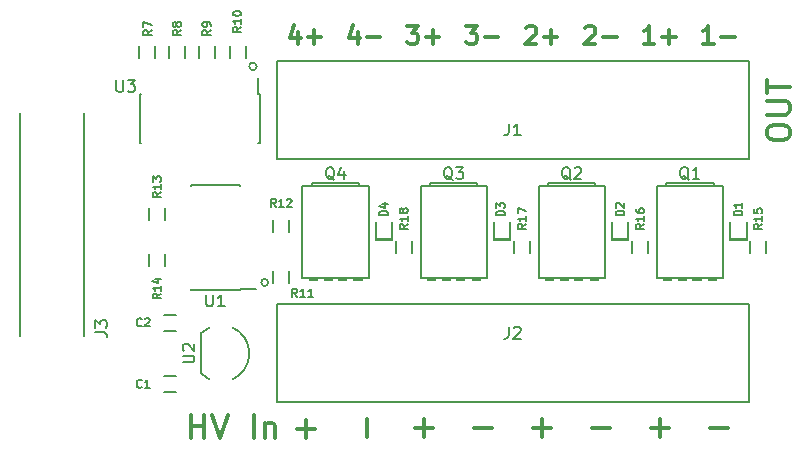
<source format=gbr>
G04 #@! TF.FileFunction,Legend,Top*
%FSLAX46Y46*%
G04 Gerber Fmt 4.6, Leading zero omitted, Abs format (unit mm)*
G04 Created by KiCad (PCBNEW 4.0.6-e0-6349~53~ubuntu14.04.1) date Sat Apr 15 22:34:14 2017*
%MOMM*%
%LPD*%
G01*
G04 APERTURE LIST*
%ADD10C,0.100000*%
%ADD11C,0.300000*%
%ADD12C,0.150000*%
%ADD13C,0.152400*%
G04 APERTURE END LIST*
D10*
D11*
X166304762Y-79100000D02*
X166304762Y-78719048D01*
X166400000Y-78528572D01*
X166590476Y-78338095D01*
X166971429Y-78242857D01*
X167638095Y-78242857D01*
X168019048Y-78338095D01*
X168209524Y-78528572D01*
X168304762Y-78719048D01*
X168304762Y-79100000D01*
X168209524Y-79290476D01*
X168019048Y-79480953D01*
X167638095Y-79576191D01*
X166971429Y-79576191D01*
X166590476Y-79480953D01*
X166400000Y-79290476D01*
X166304762Y-79100000D01*
X166304762Y-77385715D02*
X167923810Y-77385715D01*
X168114286Y-77290476D01*
X168209524Y-77195238D01*
X168304762Y-77004762D01*
X168304762Y-76623810D01*
X168209524Y-76433334D01*
X168114286Y-76338095D01*
X167923810Y-76242857D01*
X166304762Y-76242857D01*
X166304762Y-75576191D02*
X166304762Y-74433334D01*
X168304762Y-75004762D02*
X166304762Y-75004762D01*
X156538095Y-103942857D02*
X158061905Y-103942857D01*
X157300000Y-104704762D02*
X157300000Y-103180952D01*
X146538095Y-103942857D02*
X148061905Y-103942857D01*
X147300000Y-104704762D02*
X147300000Y-103180952D01*
X161538095Y-103942857D02*
X163061905Y-103942857D01*
X151538095Y-103942857D02*
X153061905Y-103942857D01*
X117528571Y-104804762D02*
X117528571Y-102804762D01*
X117528571Y-103757143D02*
X118671429Y-103757143D01*
X118671429Y-104804762D02*
X118671429Y-102804762D01*
X119338095Y-102804762D02*
X120004762Y-104804762D01*
X120671429Y-102804762D01*
X122861905Y-104804762D02*
X122861905Y-102804762D01*
X123814286Y-103471429D02*
X123814286Y-104804762D01*
X123814286Y-103661905D02*
X123909525Y-103566667D01*
X124100001Y-103471429D01*
X124385715Y-103471429D01*
X124576191Y-103566667D01*
X124671429Y-103757143D01*
X124671429Y-104804762D01*
X126538095Y-104042857D02*
X128061905Y-104042857D01*
X127300000Y-104804762D02*
X127300000Y-103280952D01*
X136538095Y-103942857D02*
X138061905Y-103942857D01*
X137300000Y-104704762D02*
X137300000Y-103180952D01*
X141538095Y-103942857D02*
X143061905Y-103942857D01*
X132442857Y-104661905D02*
X132442857Y-103138095D01*
X156800000Y-71378571D02*
X155942857Y-71378571D01*
X156371429Y-71378571D02*
X156371429Y-69878571D01*
X156228572Y-70092857D01*
X156085714Y-70235714D01*
X155942857Y-70307143D01*
X157442857Y-70807143D02*
X158585714Y-70807143D01*
X158014285Y-71378571D02*
X158014285Y-70235714D01*
X161800000Y-71378571D02*
X160942857Y-71378571D01*
X161371429Y-71378571D02*
X161371429Y-69878571D01*
X161228572Y-70092857D01*
X161085714Y-70235714D01*
X160942857Y-70307143D01*
X162442857Y-70807143D02*
X163585714Y-70807143D01*
X145942857Y-70021429D02*
X146014286Y-69950000D01*
X146157143Y-69878571D01*
X146514286Y-69878571D01*
X146657143Y-69950000D01*
X146728572Y-70021429D01*
X146800000Y-70164286D01*
X146800000Y-70307143D01*
X146728572Y-70521429D01*
X145871429Y-71378571D01*
X146800000Y-71378571D01*
X147442857Y-70807143D02*
X148585714Y-70807143D01*
X148014285Y-71378571D02*
X148014285Y-70235714D01*
X150942857Y-70021429D02*
X151014286Y-69950000D01*
X151157143Y-69878571D01*
X151514286Y-69878571D01*
X151657143Y-69950000D01*
X151728572Y-70021429D01*
X151800000Y-70164286D01*
X151800000Y-70307143D01*
X151728572Y-70521429D01*
X150871429Y-71378571D01*
X151800000Y-71378571D01*
X152442857Y-70807143D02*
X153585714Y-70807143D01*
X135871429Y-69878571D02*
X136800000Y-69878571D01*
X136300000Y-70450000D01*
X136514286Y-70450000D01*
X136657143Y-70521429D01*
X136728572Y-70592857D01*
X136800000Y-70735714D01*
X136800000Y-71092857D01*
X136728572Y-71235714D01*
X136657143Y-71307143D01*
X136514286Y-71378571D01*
X136085714Y-71378571D01*
X135942857Y-71307143D01*
X135871429Y-71235714D01*
X137442857Y-70807143D02*
X138585714Y-70807143D01*
X138014285Y-71378571D02*
X138014285Y-70235714D01*
X140871429Y-69878571D02*
X141800000Y-69878571D01*
X141300000Y-70450000D01*
X141514286Y-70450000D01*
X141657143Y-70521429D01*
X141728572Y-70592857D01*
X141800000Y-70735714D01*
X141800000Y-71092857D01*
X141728572Y-71235714D01*
X141657143Y-71307143D01*
X141514286Y-71378571D01*
X141085714Y-71378571D01*
X140942857Y-71307143D01*
X140871429Y-71235714D01*
X142442857Y-70807143D02*
X143585714Y-70807143D01*
X126657143Y-70378571D02*
X126657143Y-71378571D01*
X126300000Y-69807143D02*
X125942857Y-70878571D01*
X126871429Y-70878571D01*
X127442857Y-70807143D02*
X128585714Y-70807143D01*
X128014285Y-71378571D02*
X128014285Y-70235714D01*
X131657143Y-70378571D02*
X131657143Y-71378571D01*
X131300000Y-69807143D02*
X130942857Y-70878571D01*
X131871429Y-70878571D01*
X132442857Y-70807143D02*
X133585714Y-70807143D01*
D12*
X157800000Y-83400000D02*
X157800000Y-83200000D01*
X157800000Y-83200000D02*
X161800000Y-83200000D01*
X161800000Y-83200000D02*
X161800000Y-83400000D01*
X161400000Y-91200000D02*
X161400000Y-91400000D01*
X161400000Y-91400000D02*
X162000000Y-91400000D01*
X162000000Y-91400000D02*
X162000000Y-91200000D01*
X160100000Y-91200000D02*
X160100000Y-91400000D01*
X160100000Y-91400000D02*
X160700000Y-91400000D01*
X160700000Y-91400000D02*
X160700000Y-91200000D01*
X158900000Y-91200000D02*
X158900000Y-91400000D01*
X158900000Y-91400000D02*
X159500000Y-91400000D01*
X159500000Y-91400000D02*
X159500000Y-91200000D01*
X157600000Y-91200000D02*
X157600000Y-91400000D01*
X157600000Y-91400000D02*
X158200000Y-91400000D01*
X158200000Y-91400000D02*
X158200000Y-91200000D01*
X157000000Y-83400000D02*
X162600000Y-83400000D01*
X162600000Y-83400000D02*
X162600000Y-91200000D01*
X162600000Y-91200000D02*
X157000000Y-91200000D01*
X157000000Y-91200000D02*
X157000000Y-83400000D01*
X147800000Y-83400000D02*
X147800000Y-83200000D01*
X147800000Y-83200000D02*
X151800000Y-83200000D01*
X151800000Y-83200000D02*
X151800000Y-83400000D01*
X151400000Y-91200000D02*
X151400000Y-91400000D01*
X151400000Y-91400000D02*
X152000000Y-91400000D01*
X152000000Y-91400000D02*
X152000000Y-91200000D01*
X150100000Y-91200000D02*
X150100000Y-91400000D01*
X150100000Y-91400000D02*
X150700000Y-91400000D01*
X150700000Y-91400000D02*
X150700000Y-91200000D01*
X148900000Y-91200000D02*
X148900000Y-91400000D01*
X148900000Y-91400000D02*
X149500000Y-91400000D01*
X149500000Y-91400000D02*
X149500000Y-91200000D01*
X147600000Y-91200000D02*
X147600000Y-91400000D01*
X147600000Y-91400000D02*
X148200000Y-91400000D01*
X148200000Y-91400000D02*
X148200000Y-91200000D01*
X147000000Y-83400000D02*
X152600000Y-83400000D01*
X152600000Y-83400000D02*
X152600000Y-91200000D01*
X152600000Y-91200000D02*
X147000000Y-91200000D01*
X147000000Y-91200000D02*
X147000000Y-83400000D01*
X137800000Y-83400000D02*
X137800000Y-83200000D01*
X137800000Y-83200000D02*
X141800000Y-83200000D01*
X141800000Y-83200000D02*
X141800000Y-83400000D01*
X141400000Y-91200000D02*
X141400000Y-91400000D01*
X141400000Y-91400000D02*
X142000000Y-91400000D01*
X142000000Y-91400000D02*
X142000000Y-91200000D01*
X140100000Y-91200000D02*
X140100000Y-91400000D01*
X140100000Y-91400000D02*
X140700000Y-91400000D01*
X140700000Y-91400000D02*
X140700000Y-91200000D01*
X138900000Y-91200000D02*
X138900000Y-91400000D01*
X138900000Y-91400000D02*
X139500000Y-91400000D01*
X139500000Y-91400000D02*
X139500000Y-91200000D01*
X137600000Y-91200000D02*
X137600000Y-91400000D01*
X137600000Y-91400000D02*
X138200000Y-91400000D01*
X138200000Y-91400000D02*
X138200000Y-91200000D01*
X137000000Y-83400000D02*
X142600000Y-83400000D01*
X142600000Y-83400000D02*
X142600000Y-91200000D01*
X142600000Y-91200000D02*
X137000000Y-91200000D01*
X137000000Y-91200000D02*
X137000000Y-83400000D01*
X127800000Y-83400000D02*
X127800000Y-83200000D01*
X127800000Y-83200000D02*
X131800000Y-83200000D01*
X131800000Y-83200000D02*
X131800000Y-83400000D01*
X131400000Y-91200000D02*
X131400000Y-91400000D01*
X131400000Y-91400000D02*
X132000000Y-91400000D01*
X132000000Y-91400000D02*
X132000000Y-91200000D01*
X130100000Y-91200000D02*
X130100000Y-91400000D01*
X130100000Y-91400000D02*
X130700000Y-91400000D01*
X130700000Y-91400000D02*
X130700000Y-91200000D01*
X128900000Y-91200000D02*
X128900000Y-91400000D01*
X128900000Y-91400000D02*
X129500000Y-91400000D01*
X129500000Y-91400000D02*
X129500000Y-91200000D01*
X127600000Y-91200000D02*
X127600000Y-91400000D01*
X127600000Y-91400000D02*
X128200000Y-91400000D01*
X128200000Y-91400000D02*
X128200000Y-91200000D01*
X127000000Y-83400000D02*
X132600000Y-83400000D01*
X132600000Y-83400000D02*
X132600000Y-91200000D01*
X132600000Y-91200000D02*
X127000000Y-91200000D01*
X127000000Y-91200000D02*
X127000000Y-83400000D01*
D13*
X124800000Y-72850000D02*
X164800000Y-72850000D01*
X124800000Y-81150000D02*
X164800000Y-81150000D01*
X164800000Y-81150000D02*
X164800000Y-72850000D01*
X124800000Y-81150000D02*
X124800000Y-72850000D01*
D12*
X119103010Y-95412305D02*
G75*
G03X118400000Y-95900000I996990J-2187695D01*
G01*
X119103010Y-99787695D02*
G75*
G02X118400000Y-99300000I996990J2187695D01*
G01*
X118400000Y-95900000D02*
X118400000Y-99300000D01*
X121095264Y-95416093D02*
G75*
G02X122500000Y-97600000I-995264J-2183907D01*
G01*
X121095264Y-99783907D02*
G75*
G03X122500000Y-97600000I-995264J2183907D01*
G01*
X115300000Y-99525000D02*
X116300000Y-99525000D01*
X116300000Y-100875000D02*
X115300000Y-100875000D01*
X115300000Y-94325000D02*
X116300000Y-94325000D01*
X116300000Y-95675000D02*
X115300000Y-95675000D01*
D13*
X163200000Y-88000000D02*
X163200000Y-87800000D01*
X164600000Y-88000000D02*
X164600000Y-87800000D01*
X164600000Y-88000000D02*
X163200000Y-88000000D01*
X163200000Y-86500000D02*
X163200000Y-87900000D01*
X163200000Y-87900000D02*
X164600000Y-87900000D01*
X164600000Y-87900000D02*
X164600000Y-86500000D01*
X153200000Y-88000000D02*
X153200000Y-87800000D01*
X154600000Y-88000000D02*
X154600000Y-87800000D01*
X154600000Y-88000000D02*
X153200000Y-88000000D01*
X153200000Y-86500000D02*
X153200000Y-87900000D01*
X153200000Y-87900000D02*
X154600000Y-87900000D01*
X154600000Y-87900000D02*
X154600000Y-86500000D01*
X143200000Y-88000000D02*
X143200000Y-87800000D01*
X144600000Y-88000000D02*
X144600000Y-87800000D01*
X144600000Y-88000000D02*
X143200000Y-88000000D01*
X143200000Y-86500000D02*
X143200000Y-87900000D01*
X143200000Y-87900000D02*
X144600000Y-87900000D01*
X144600000Y-87900000D02*
X144600000Y-86500000D01*
X133200000Y-88000000D02*
X133200000Y-87800000D01*
X134600000Y-88000000D02*
X134600000Y-87800000D01*
X134600000Y-88000000D02*
X133200000Y-88000000D01*
X133200000Y-86500000D02*
X133200000Y-87900000D01*
X133200000Y-87900000D02*
X134600000Y-87900000D01*
X134600000Y-87900000D02*
X134600000Y-86500000D01*
D12*
X114475000Y-71600000D02*
X114475000Y-72600000D01*
X113125000Y-72600000D02*
X113125000Y-71600000D01*
X117075000Y-71600000D02*
X117075000Y-72600000D01*
X115725000Y-72600000D02*
X115725000Y-71600000D01*
X119575000Y-71600000D02*
X119575000Y-72600000D01*
X118225000Y-72600000D02*
X118225000Y-71600000D01*
X122175000Y-71600000D02*
X122175000Y-72600000D01*
X120825000Y-72600000D02*
X120825000Y-71600000D01*
X124525000Y-91600000D02*
X124525000Y-90600000D01*
X125875000Y-90600000D02*
X125875000Y-91600000D01*
X124525000Y-87300000D02*
X124525000Y-86300000D01*
X125875000Y-86300000D02*
X125875000Y-87300000D01*
X114025000Y-86300000D02*
X114025000Y-85300000D01*
X115375000Y-85300000D02*
X115375000Y-86300000D01*
X114025000Y-90200000D02*
X114025000Y-89200000D01*
X115375000Y-89200000D02*
X115375000Y-90200000D01*
X164925000Y-89100000D02*
X164925000Y-88100000D01*
X166275000Y-88100000D02*
X166275000Y-89100000D01*
X154925000Y-89100000D02*
X154925000Y-88100000D01*
X156275000Y-88100000D02*
X156275000Y-89100000D01*
X144925000Y-89100000D02*
X144925000Y-88100000D01*
X146275000Y-88100000D02*
X146275000Y-89100000D01*
X134925000Y-89100000D02*
X134925000Y-88100000D01*
X136275000Y-88100000D02*
X136275000Y-89100000D01*
D13*
X164800000Y-101750000D02*
X124800000Y-101750000D01*
X164800000Y-93450000D02*
X124800000Y-93450000D01*
X124800000Y-93450000D02*
X124800000Y-101750000D01*
X164800000Y-93450000D02*
X164800000Y-101750000D01*
X123116228Y-73300000D02*
G75*
G03X123116228Y-73300000I-316228J0D01*
G01*
D12*
X123375000Y-75625000D02*
X123270000Y-75625000D01*
X123375000Y-79775000D02*
X123270000Y-79775000D01*
X113225000Y-79775000D02*
X113330000Y-79775000D01*
X113225000Y-75625000D02*
X113330000Y-75625000D01*
X123375000Y-75625000D02*
X123375000Y-79775000D01*
X113225000Y-75625000D02*
X113225000Y-79775000D01*
X123270000Y-75625000D02*
X123270000Y-74250000D01*
D13*
X124100000Y-91600000D02*
G75*
G03X124100000Y-91600000I-300000J0D01*
G01*
D12*
X121675000Y-92250000D02*
X121675000Y-92135000D01*
X117525000Y-92250000D02*
X117525000Y-92135000D01*
X117525000Y-83350000D02*
X117525000Y-83465000D01*
X121675000Y-83350000D02*
X121675000Y-83465000D01*
X121675000Y-92250000D02*
X117525000Y-92250000D01*
X121675000Y-83350000D02*
X117525000Y-83350000D01*
X121675000Y-92135000D02*
X123050000Y-92135000D01*
X103100000Y-96150000D02*
X103100000Y-77250000D01*
X108500000Y-96150000D02*
X108500000Y-77250000D01*
X159704762Y-82922619D02*
X159609524Y-82875000D01*
X159514286Y-82779762D01*
X159371429Y-82636905D01*
X159276190Y-82589286D01*
X159180952Y-82589286D01*
X159228571Y-82827381D02*
X159133333Y-82779762D01*
X159038095Y-82684524D01*
X158990476Y-82494048D01*
X158990476Y-82160714D01*
X159038095Y-81970238D01*
X159133333Y-81875000D01*
X159228571Y-81827381D01*
X159419048Y-81827381D01*
X159514286Y-81875000D01*
X159609524Y-81970238D01*
X159657143Y-82160714D01*
X159657143Y-82494048D01*
X159609524Y-82684524D01*
X159514286Y-82779762D01*
X159419048Y-82827381D01*
X159228571Y-82827381D01*
X160609524Y-82827381D02*
X160038095Y-82827381D01*
X160323809Y-82827381D02*
X160323809Y-81827381D01*
X160228571Y-81970238D01*
X160133333Y-82065476D01*
X160038095Y-82113095D01*
X149704762Y-82922619D02*
X149609524Y-82875000D01*
X149514286Y-82779762D01*
X149371429Y-82636905D01*
X149276190Y-82589286D01*
X149180952Y-82589286D01*
X149228571Y-82827381D02*
X149133333Y-82779762D01*
X149038095Y-82684524D01*
X148990476Y-82494048D01*
X148990476Y-82160714D01*
X149038095Y-81970238D01*
X149133333Y-81875000D01*
X149228571Y-81827381D01*
X149419048Y-81827381D01*
X149514286Y-81875000D01*
X149609524Y-81970238D01*
X149657143Y-82160714D01*
X149657143Y-82494048D01*
X149609524Y-82684524D01*
X149514286Y-82779762D01*
X149419048Y-82827381D01*
X149228571Y-82827381D01*
X150038095Y-81922619D02*
X150085714Y-81875000D01*
X150180952Y-81827381D01*
X150419048Y-81827381D01*
X150514286Y-81875000D01*
X150561905Y-81922619D01*
X150609524Y-82017857D01*
X150609524Y-82113095D01*
X150561905Y-82255952D01*
X149990476Y-82827381D01*
X150609524Y-82827381D01*
X139704762Y-82922619D02*
X139609524Y-82875000D01*
X139514286Y-82779762D01*
X139371429Y-82636905D01*
X139276190Y-82589286D01*
X139180952Y-82589286D01*
X139228571Y-82827381D02*
X139133333Y-82779762D01*
X139038095Y-82684524D01*
X138990476Y-82494048D01*
X138990476Y-82160714D01*
X139038095Y-81970238D01*
X139133333Y-81875000D01*
X139228571Y-81827381D01*
X139419048Y-81827381D01*
X139514286Y-81875000D01*
X139609524Y-81970238D01*
X139657143Y-82160714D01*
X139657143Y-82494048D01*
X139609524Y-82684524D01*
X139514286Y-82779762D01*
X139419048Y-82827381D01*
X139228571Y-82827381D01*
X139990476Y-81827381D02*
X140609524Y-81827381D01*
X140276190Y-82208333D01*
X140419048Y-82208333D01*
X140514286Y-82255952D01*
X140561905Y-82303571D01*
X140609524Y-82398810D01*
X140609524Y-82636905D01*
X140561905Y-82732143D01*
X140514286Y-82779762D01*
X140419048Y-82827381D01*
X140133333Y-82827381D01*
X140038095Y-82779762D01*
X139990476Y-82732143D01*
X129704762Y-82922619D02*
X129609524Y-82875000D01*
X129514286Y-82779762D01*
X129371429Y-82636905D01*
X129276190Y-82589286D01*
X129180952Y-82589286D01*
X129228571Y-82827381D02*
X129133333Y-82779762D01*
X129038095Y-82684524D01*
X128990476Y-82494048D01*
X128990476Y-82160714D01*
X129038095Y-81970238D01*
X129133333Y-81875000D01*
X129228571Y-81827381D01*
X129419048Y-81827381D01*
X129514286Y-81875000D01*
X129609524Y-81970238D01*
X129657143Y-82160714D01*
X129657143Y-82494048D01*
X129609524Y-82684524D01*
X129514286Y-82779762D01*
X129419048Y-82827381D01*
X129228571Y-82827381D01*
X130514286Y-82160714D02*
X130514286Y-82827381D01*
X130276190Y-81779762D02*
X130038095Y-82494048D01*
X130657143Y-82494048D01*
X144466667Y-78152381D02*
X144466667Y-78866667D01*
X144419047Y-79009524D01*
X144323809Y-79104762D01*
X144180952Y-79152381D01*
X144085714Y-79152381D01*
X145466667Y-79152381D02*
X144895238Y-79152381D01*
X145180952Y-79152381D02*
X145180952Y-78152381D01*
X145085714Y-78295238D01*
X144990476Y-78390476D01*
X144895238Y-78438095D01*
X116852381Y-98361905D02*
X117661905Y-98361905D01*
X117757143Y-98314286D01*
X117804762Y-98266667D01*
X117852381Y-98171429D01*
X117852381Y-97980952D01*
X117804762Y-97885714D01*
X117757143Y-97838095D01*
X117661905Y-97790476D01*
X116852381Y-97790476D01*
X116947619Y-97361905D02*
X116900000Y-97314286D01*
X116852381Y-97219048D01*
X116852381Y-96980952D01*
X116900000Y-96885714D01*
X116947619Y-96838095D01*
X117042857Y-96790476D01*
X117138095Y-96790476D01*
X117280952Y-96838095D01*
X117852381Y-97409524D01*
X117852381Y-96790476D01*
X113383334Y-100450000D02*
X113350000Y-100483333D01*
X113250000Y-100516667D01*
X113183334Y-100516667D01*
X113083334Y-100483333D01*
X113016667Y-100416667D01*
X112983334Y-100350000D01*
X112950000Y-100216667D01*
X112950000Y-100116667D01*
X112983334Y-99983333D01*
X113016667Y-99916667D01*
X113083334Y-99850000D01*
X113183334Y-99816667D01*
X113250000Y-99816667D01*
X113350000Y-99850000D01*
X113383334Y-99883333D01*
X114050000Y-100516667D02*
X113650000Y-100516667D01*
X113850000Y-100516667D02*
X113850000Y-99816667D01*
X113783334Y-99916667D01*
X113716667Y-99983333D01*
X113650000Y-100016667D01*
X113383334Y-95250000D02*
X113350000Y-95283333D01*
X113250000Y-95316667D01*
X113183334Y-95316667D01*
X113083334Y-95283333D01*
X113016667Y-95216667D01*
X112983334Y-95150000D01*
X112950000Y-95016667D01*
X112950000Y-94916667D01*
X112983334Y-94783333D01*
X113016667Y-94716667D01*
X113083334Y-94650000D01*
X113183334Y-94616667D01*
X113250000Y-94616667D01*
X113350000Y-94650000D01*
X113383334Y-94683333D01*
X113650000Y-94683333D02*
X113683334Y-94650000D01*
X113750000Y-94616667D01*
X113916667Y-94616667D01*
X113983334Y-94650000D01*
X114016667Y-94683333D01*
X114050000Y-94750000D01*
X114050000Y-94816667D01*
X114016667Y-94916667D01*
X113616667Y-95316667D01*
X114050000Y-95316667D01*
X164216667Y-85916666D02*
X163516667Y-85916666D01*
X163516667Y-85750000D01*
X163550000Y-85650000D01*
X163616667Y-85583333D01*
X163683333Y-85550000D01*
X163816667Y-85516666D01*
X163916667Y-85516666D01*
X164050000Y-85550000D01*
X164116667Y-85583333D01*
X164183333Y-85650000D01*
X164216667Y-85750000D01*
X164216667Y-85916666D01*
X164216667Y-84850000D02*
X164216667Y-85250000D01*
X164216667Y-85050000D02*
X163516667Y-85050000D01*
X163616667Y-85116666D01*
X163683333Y-85183333D01*
X163716667Y-85250000D01*
X154216667Y-85916666D02*
X153516667Y-85916666D01*
X153516667Y-85750000D01*
X153550000Y-85650000D01*
X153616667Y-85583333D01*
X153683333Y-85550000D01*
X153816667Y-85516666D01*
X153916667Y-85516666D01*
X154050000Y-85550000D01*
X154116667Y-85583333D01*
X154183333Y-85650000D01*
X154216667Y-85750000D01*
X154216667Y-85916666D01*
X153583333Y-85250000D02*
X153550000Y-85216666D01*
X153516667Y-85150000D01*
X153516667Y-84983333D01*
X153550000Y-84916666D01*
X153583333Y-84883333D01*
X153650000Y-84850000D01*
X153716667Y-84850000D01*
X153816667Y-84883333D01*
X154216667Y-85283333D01*
X154216667Y-84850000D01*
X144116667Y-85916666D02*
X143416667Y-85916666D01*
X143416667Y-85750000D01*
X143450000Y-85650000D01*
X143516667Y-85583333D01*
X143583333Y-85550000D01*
X143716667Y-85516666D01*
X143816667Y-85516666D01*
X143950000Y-85550000D01*
X144016667Y-85583333D01*
X144083333Y-85650000D01*
X144116667Y-85750000D01*
X144116667Y-85916666D01*
X143416667Y-85283333D02*
X143416667Y-84850000D01*
X143683333Y-85083333D01*
X143683333Y-84983333D01*
X143716667Y-84916666D01*
X143750000Y-84883333D01*
X143816667Y-84850000D01*
X143983333Y-84850000D01*
X144050000Y-84883333D01*
X144083333Y-84916666D01*
X144116667Y-84983333D01*
X144116667Y-85183333D01*
X144083333Y-85250000D01*
X144050000Y-85283333D01*
X134216667Y-85916666D02*
X133516667Y-85916666D01*
X133516667Y-85750000D01*
X133550000Y-85650000D01*
X133616667Y-85583333D01*
X133683333Y-85550000D01*
X133816667Y-85516666D01*
X133916667Y-85516666D01*
X134050000Y-85550000D01*
X134116667Y-85583333D01*
X134183333Y-85650000D01*
X134216667Y-85750000D01*
X134216667Y-85916666D01*
X133750000Y-84916666D02*
X134216667Y-84916666D01*
X133483333Y-85083333D02*
X133983333Y-85250000D01*
X133983333Y-84816666D01*
X114216667Y-70216666D02*
X113883333Y-70450000D01*
X114216667Y-70616666D02*
X113516667Y-70616666D01*
X113516667Y-70350000D01*
X113550000Y-70283333D01*
X113583333Y-70250000D01*
X113650000Y-70216666D01*
X113750000Y-70216666D01*
X113816667Y-70250000D01*
X113850000Y-70283333D01*
X113883333Y-70350000D01*
X113883333Y-70616666D01*
X113516667Y-69983333D02*
X113516667Y-69516666D01*
X114216667Y-69816666D01*
X116716667Y-70216666D02*
X116383333Y-70450000D01*
X116716667Y-70616666D02*
X116016667Y-70616666D01*
X116016667Y-70350000D01*
X116050000Y-70283333D01*
X116083333Y-70250000D01*
X116150000Y-70216666D01*
X116250000Y-70216666D01*
X116316667Y-70250000D01*
X116350000Y-70283333D01*
X116383333Y-70350000D01*
X116383333Y-70616666D01*
X116316667Y-69816666D02*
X116283333Y-69883333D01*
X116250000Y-69916666D01*
X116183333Y-69950000D01*
X116150000Y-69950000D01*
X116083333Y-69916666D01*
X116050000Y-69883333D01*
X116016667Y-69816666D01*
X116016667Y-69683333D01*
X116050000Y-69616666D01*
X116083333Y-69583333D01*
X116150000Y-69550000D01*
X116183333Y-69550000D01*
X116250000Y-69583333D01*
X116283333Y-69616666D01*
X116316667Y-69683333D01*
X116316667Y-69816666D01*
X116350000Y-69883333D01*
X116383333Y-69916666D01*
X116450000Y-69950000D01*
X116583333Y-69950000D01*
X116650000Y-69916666D01*
X116683333Y-69883333D01*
X116716667Y-69816666D01*
X116716667Y-69683333D01*
X116683333Y-69616666D01*
X116650000Y-69583333D01*
X116583333Y-69550000D01*
X116450000Y-69550000D01*
X116383333Y-69583333D01*
X116350000Y-69616666D01*
X116316667Y-69683333D01*
X119216667Y-70216666D02*
X118883333Y-70450000D01*
X119216667Y-70616666D02*
X118516667Y-70616666D01*
X118516667Y-70350000D01*
X118550000Y-70283333D01*
X118583333Y-70250000D01*
X118650000Y-70216666D01*
X118750000Y-70216666D01*
X118816667Y-70250000D01*
X118850000Y-70283333D01*
X118883333Y-70350000D01*
X118883333Y-70616666D01*
X119216667Y-69883333D02*
X119216667Y-69750000D01*
X119183333Y-69683333D01*
X119150000Y-69650000D01*
X119050000Y-69583333D01*
X118916667Y-69550000D01*
X118650000Y-69550000D01*
X118583333Y-69583333D01*
X118550000Y-69616666D01*
X118516667Y-69683333D01*
X118516667Y-69816666D01*
X118550000Y-69883333D01*
X118583333Y-69916666D01*
X118650000Y-69950000D01*
X118816667Y-69950000D01*
X118883333Y-69916666D01*
X118916667Y-69883333D01*
X118950000Y-69816666D01*
X118950000Y-69683333D01*
X118916667Y-69616666D01*
X118883333Y-69583333D01*
X118816667Y-69550000D01*
X121816667Y-69950000D02*
X121483333Y-70183334D01*
X121816667Y-70350000D02*
X121116667Y-70350000D01*
X121116667Y-70083334D01*
X121150000Y-70016667D01*
X121183333Y-69983334D01*
X121250000Y-69950000D01*
X121350000Y-69950000D01*
X121416667Y-69983334D01*
X121450000Y-70016667D01*
X121483333Y-70083334D01*
X121483333Y-70350000D01*
X121816667Y-69283334D02*
X121816667Y-69683334D01*
X121816667Y-69483334D02*
X121116667Y-69483334D01*
X121216667Y-69550000D01*
X121283333Y-69616667D01*
X121316667Y-69683334D01*
X121116667Y-68850000D02*
X121116667Y-68783333D01*
X121150000Y-68716667D01*
X121183333Y-68683333D01*
X121250000Y-68650000D01*
X121383333Y-68616667D01*
X121550000Y-68616667D01*
X121683333Y-68650000D01*
X121750000Y-68683333D01*
X121783333Y-68716667D01*
X121816667Y-68783333D01*
X121816667Y-68850000D01*
X121783333Y-68916667D01*
X121750000Y-68950000D01*
X121683333Y-68983333D01*
X121550000Y-69016667D01*
X121383333Y-69016667D01*
X121250000Y-68983333D01*
X121183333Y-68950000D01*
X121150000Y-68916667D01*
X121116667Y-68850000D01*
X126550000Y-92816667D02*
X126316666Y-92483333D01*
X126150000Y-92816667D02*
X126150000Y-92116667D01*
X126416666Y-92116667D01*
X126483333Y-92150000D01*
X126516666Y-92183333D01*
X126550000Y-92250000D01*
X126550000Y-92350000D01*
X126516666Y-92416667D01*
X126483333Y-92450000D01*
X126416666Y-92483333D01*
X126150000Y-92483333D01*
X127216666Y-92816667D02*
X126816666Y-92816667D01*
X127016666Y-92816667D02*
X127016666Y-92116667D01*
X126950000Y-92216667D01*
X126883333Y-92283333D01*
X126816666Y-92316667D01*
X127883333Y-92816667D02*
X127483333Y-92816667D01*
X127683333Y-92816667D02*
X127683333Y-92116667D01*
X127616667Y-92216667D01*
X127550000Y-92283333D01*
X127483333Y-92316667D01*
X124750000Y-85216667D02*
X124516666Y-84883333D01*
X124350000Y-85216667D02*
X124350000Y-84516667D01*
X124616666Y-84516667D01*
X124683333Y-84550000D01*
X124716666Y-84583333D01*
X124750000Y-84650000D01*
X124750000Y-84750000D01*
X124716666Y-84816667D01*
X124683333Y-84850000D01*
X124616666Y-84883333D01*
X124350000Y-84883333D01*
X125416666Y-85216667D02*
X125016666Y-85216667D01*
X125216666Y-85216667D02*
X125216666Y-84516667D01*
X125150000Y-84616667D01*
X125083333Y-84683333D01*
X125016666Y-84716667D01*
X125683333Y-84583333D02*
X125716667Y-84550000D01*
X125783333Y-84516667D01*
X125950000Y-84516667D01*
X126016667Y-84550000D01*
X126050000Y-84583333D01*
X126083333Y-84650000D01*
X126083333Y-84716667D01*
X126050000Y-84816667D01*
X125650000Y-85216667D01*
X126083333Y-85216667D01*
X115016667Y-83950000D02*
X114683333Y-84183334D01*
X115016667Y-84350000D02*
X114316667Y-84350000D01*
X114316667Y-84083334D01*
X114350000Y-84016667D01*
X114383333Y-83983334D01*
X114450000Y-83950000D01*
X114550000Y-83950000D01*
X114616667Y-83983334D01*
X114650000Y-84016667D01*
X114683333Y-84083334D01*
X114683333Y-84350000D01*
X115016667Y-83283334D02*
X115016667Y-83683334D01*
X115016667Y-83483334D02*
X114316667Y-83483334D01*
X114416667Y-83550000D01*
X114483333Y-83616667D01*
X114516667Y-83683334D01*
X114316667Y-83050000D02*
X114316667Y-82616667D01*
X114583333Y-82850000D01*
X114583333Y-82750000D01*
X114616667Y-82683333D01*
X114650000Y-82650000D01*
X114716667Y-82616667D01*
X114883333Y-82616667D01*
X114950000Y-82650000D01*
X114983333Y-82683333D01*
X115016667Y-82750000D01*
X115016667Y-82950000D01*
X114983333Y-83016667D01*
X114950000Y-83050000D01*
X115016667Y-92550000D02*
X114683333Y-92783334D01*
X115016667Y-92950000D02*
X114316667Y-92950000D01*
X114316667Y-92683334D01*
X114350000Y-92616667D01*
X114383333Y-92583334D01*
X114450000Y-92550000D01*
X114550000Y-92550000D01*
X114616667Y-92583334D01*
X114650000Y-92616667D01*
X114683333Y-92683334D01*
X114683333Y-92950000D01*
X115016667Y-91883334D02*
X115016667Y-92283334D01*
X115016667Y-92083334D02*
X114316667Y-92083334D01*
X114416667Y-92150000D01*
X114483333Y-92216667D01*
X114516667Y-92283334D01*
X114550000Y-91283333D02*
X115016667Y-91283333D01*
X114283333Y-91450000D02*
X114783333Y-91616667D01*
X114783333Y-91183333D01*
X165916667Y-86650000D02*
X165583333Y-86883334D01*
X165916667Y-87050000D02*
X165216667Y-87050000D01*
X165216667Y-86783334D01*
X165250000Y-86716667D01*
X165283333Y-86683334D01*
X165350000Y-86650000D01*
X165450000Y-86650000D01*
X165516667Y-86683334D01*
X165550000Y-86716667D01*
X165583333Y-86783334D01*
X165583333Y-87050000D01*
X165916667Y-85983334D02*
X165916667Y-86383334D01*
X165916667Y-86183334D02*
X165216667Y-86183334D01*
X165316667Y-86250000D01*
X165383333Y-86316667D01*
X165416667Y-86383334D01*
X165216667Y-85350000D02*
X165216667Y-85683333D01*
X165550000Y-85716667D01*
X165516667Y-85683333D01*
X165483333Y-85616667D01*
X165483333Y-85450000D01*
X165516667Y-85383333D01*
X165550000Y-85350000D01*
X165616667Y-85316667D01*
X165783333Y-85316667D01*
X165850000Y-85350000D01*
X165883333Y-85383333D01*
X165916667Y-85450000D01*
X165916667Y-85616667D01*
X165883333Y-85683333D01*
X165850000Y-85716667D01*
X155916667Y-86650000D02*
X155583333Y-86883334D01*
X155916667Y-87050000D02*
X155216667Y-87050000D01*
X155216667Y-86783334D01*
X155250000Y-86716667D01*
X155283333Y-86683334D01*
X155350000Y-86650000D01*
X155450000Y-86650000D01*
X155516667Y-86683334D01*
X155550000Y-86716667D01*
X155583333Y-86783334D01*
X155583333Y-87050000D01*
X155916667Y-85983334D02*
X155916667Y-86383334D01*
X155916667Y-86183334D02*
X155216667Y-86183334D01*
X155316667Y-86250000D01*
X155383333Y-86316667D01*
X155416667Y-86383334D01*
X155216667Y-85383333D02*
X155216667Y-85516667D01*
X155250000Y-85583333D01*
X155283333Y-85616667D01*
X155383333Y-85683333D01*
X155516667Y-85716667D01*
X155783333Y-85716667D01*
X155850000Y-85683333D01*
X155883333Y-85650000D01*
X155916667Y-85583333D01*
X155916667Y-85450000D01*
X155883333Y-85383333D01*
X155850000Y-85350000D01*
X155783333Y-85316667D01*
X155616667Y-85316667D01*
X155550000Y-85350000D01*
X155516667Y-85383333D01*
X155483333Y-85450000D01*
X155483333Y-85583333D01*
X155516667Y-85650000D01*
X155550000Y-85683333D01*
X155616667Y-85716667D01*
X145916667Y-86650000D02*
X145583333Y-86883334D01*
X145916667Y-87050000D02*
X145216667Y-87050000D01*
X145216667Y-86783334D01*
X145250000Y-86716667D01*
X145283333Y-86683334D01*
X145350000Y-86650000D01*
X145450000Y-86650000D01*
X145516667Y-86683334D01*
X145550000Y-86716667D01*
X145583333Y-86783334D01*
X145583333Y-87050000D01*
X145916667Y-85983334D02*
X145916667Y-86383334D01*
X145916667Y-86183334D02*
X145216667Y-86183334D01*
X145316667Y-86250000D01*
X145383333Y-86316667D01*
X145416667Y-86383334D01*
X145216667Y-85750000D02*
X145216667Y-85283333D01*
X145916667Y-85583333D01*
X135916667Y-86650000D02*
X135583333Y-86883334D01*
X135916667Y-87050000D02*
X135216667Y-87050000D01*
X135216667Y-86783334D01*
X135250000Y-86716667D01*
X135283333Y-86683334D01*
X135350000Y-86650000D01*
X135450000Y-86650000D01*
X135516667Y-86683334D01*
X135550000Y-86716667D01*
X135583333Y-86783334D01*
X135583333Y-87050000D01*
X135916667Y-85983334D02*
X135916667Y-86383334D01*
X135916667Y-86183334D02*
X135216667Y-86183334D01*
X135316667Y-86250000D01*
X135383333Y-86316667D01*
X135416667Y-86383334D01*
X135516667Y-85583333D02*
X135483333Y-85650000D01*
X135450000Y-85683333D01*
X135383333Y-85716667D01*
X135350000Y-85716667D01*
X135283333Y-85683333D01*
X135250000Y-85650000D01*
X135216667Y-85583333D01*
X135216667Y-85450000D01*
X135250000Y-85383333D01*
X135283333Y-85350000D01*
X135350000Y-85316667D01*
X135383333Y-85316667D01*
X135450000Y-85350000D01*
X135483333Y-85383333D01*
X135516667Y-85450000D01*
X135516667Y-85583333D01*
X135550000Y-85650000D01*
X135583333Y-85683333D01*
X135650000Y-85716667D01*
X135783333Y-85716667D01*
X135850000Y-85683333D01*
X135883333Y-85650000D01*
X135916667Y-85583333D01*
X135916667Y-85450000D01*
X135883333Y-85383333D01*
X135850000Y-85350000D01*
X135783333Y-85316667D01*
X135650000Y-85316667D01*
X135583333Y-85350000D01*
X135550000Y-85383333D01*
X135516667Y-85450000D01*
X144466667Y-95352381D02*
X144466667Y-96066667D01*
X144419047Y-96209524D01*
X144323809Y-96304762D01*
X144180952Y-96352381D01*
X144085714Y-96352381D01*
X144895238Y-95447619D02*
X144942857Y-95400000D01*
X145038095Y-95352381D01*
X145276191Y-95352381D01*
X145371429Y-95400000D01*
X145419048Y-95447619D01*
X145466667Y-95542857D01*
X145466667Y-95638095D01*
X145419048Y-95780952D01*
X144847619Y-96352381D01*
X145466667Y-96352381D01*
X111238095Y-74452381D02*
X111238095Y-75261905D01*
X111285714Y-75357143D01*
X111333333Y-75404762D01*
X111428571Y-75452381D01*
X111619048Y-75452381D01*
X111714286Y-75404762D01*
X111761905Y-75357143D01*
X111809524Y-75261905D01*
X111809524Y-74452381D01*
X112190476Y-74452381D02*
X112809524Y-74452381D01*
X112476190Y-74833333D01*
X112619048Y-74833333D01*
X112714286Y-74880952D01*
X112761905Y-74928571D01*
X112809524Y-75023810D01*
X112809524Y-75261905D01*
X112761905Y-75357143D01*
X112714286Y-75404762D01*
X112619048Y-75452381D01*
X112333333Y-75452381D01*
X112238095Y-75404762D01*
X112190476Y-75357143D01*
X118838095Y-92627381D02*
X118838095Y-93436905D01*
X118885714Y-93532143D01*
X118933333Y-93579762D01*
X119028571Y-93627381D01*
X119219048Y-93627381D01*
X119314286Y-93579762D01*
X119361905Y-93532143D01*
X119409524Y-93436905D01*
X119409524Y-92627381D01*
X120409524Y-93627381D02*
X119838095Y-93627381D01*
X120123809Y-93627381D02*
X120123809Y-92627381D01*
X120028571Y-92770238D01*
X119933333Y-92865476D01*
X119838095Y-92913095D01*
X109452381Y-95796333D02*
X110166667Y-95796333D01*
X110309524Y-95843953D01*
X110404762Y-95939191D01*
X110452381Y-96082048D01*
X110452381Y-96177286D01*
X109452381Y-95415381D02*
X109452381Y-94796333D01*
X109833333Y-95129667D01*
X109833333Y-94986809D01*
X109880952Y-94891571D01*
X109928571Y-94843952D01*
X110023810Y-94796333D01*
X110261905Y-94796333D01*
X110357143Y-94843952D01*
X110404762Y-94891571D01*
X110452381Y-94986809D01*
X110452381Y-95272524D01*
X110404762Y-95367762D01*
X110357143Y-95415381D01*
M02*

</source>
